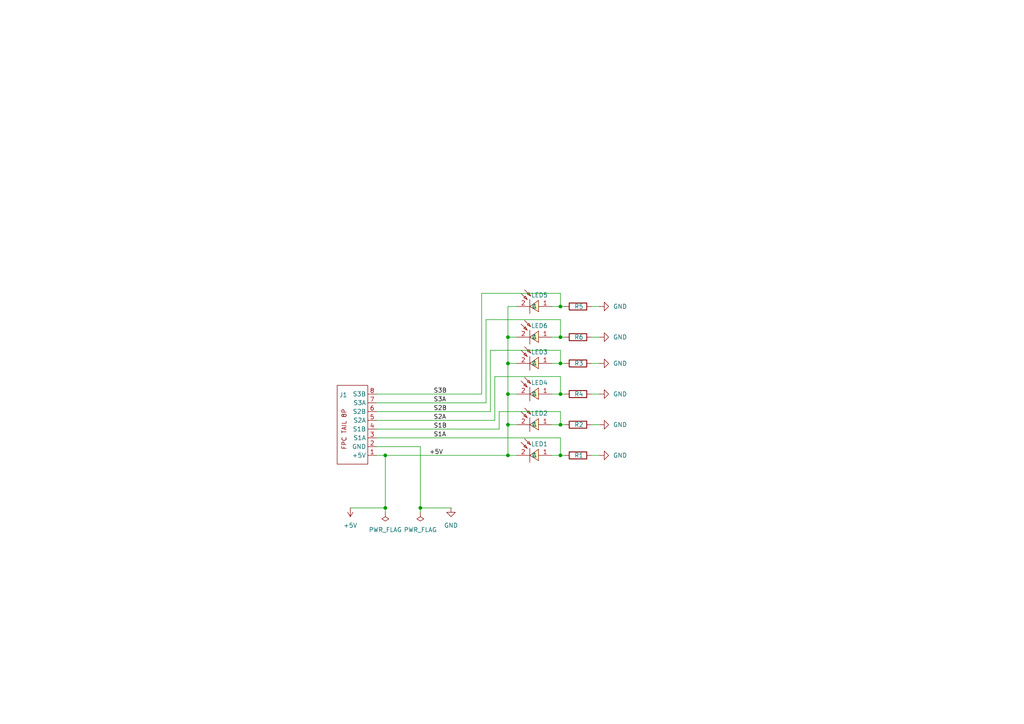
<source format=kicad_sch>
(kicad_sch (version 20250114) (generator "eeschema") (generator_version "9.0")
  (paper "A4")
  (title_block (title "Motion Play Sensor Flex PCB - IR Photodiode Array") (date "2025-12-22") (rev "1.0") (company "Marc O'Cleirigh") (comment 1 "Beam-break detection system - 6x VEMD2020X01 ") (comment 2 "8-pin FPC interface to main board "))
  (lib_symbols
    (symbol "Device:R" (pin_numbers (hide yes)) (pin_names (offset 0))
      (property "Reference" "R" (at 2.032 0 90))
      (property "Value" "R" (at 0 0 90))
      (symbol "R_0_1"
        (rectangle (start -1.016 -2.54) (end 1.016 2.54) (stroke (width 0.254)))
      )
      (symbol "R_1_1"
        (pin passive line (at 0 3.81 270) (length 1.27) (name "~") (number "1"))
        (pin passive line (at 0 -3.81 90) (length 1.27) (name "~") (number "2"))
      )
    )
    (symbol "VEMD2020X01:VEMD2020X01"
      (property "Reference" "LED" (at 0 5.08 0))
      (property "Value" "VEMD2020X01" (at 0 -5.08 0))
      (symbol "VEMD2020X01_0_1"
        (polyline (pts (xy -3.81 3.81) (xy -2.03 2.03)))
        (polyline (pts (xy -2.79 4.83) (xy -1.02 3.05)))
        (polyline (pts (xy -2.03 2.03) (xy -3.05 2.54) (xy -2.54 3.05) (xy -2.03 2.03)) (fill (type background)))
        (polyline (pts (xy -1.27 2.03) (xy -1.27 -2.03)))
        (polyline (pts (xy -1.02 3.05) (xy -2.03 3.56) (xy -1.52 4.06) (xy -1.02 3.05)) (fill (type background)))
        (polyline (pts (xy 1.27 -1.52) (xy -1.27 0) (xy 1.27 1.78) (xy 1.27 -1.52)) (fill (type background)))
        (pin unspecified line (at -5.08 0 0) (length 3.81) (name "C") (number "2"))
        (pin unspecified line (at 5.08 0 180) (length 3.81) (name "A") (number "1"))
      )
    )
    (symbol "motion-play-symbols:FPC_Tail_8P"
      (property "Reference" "J" (at -5.588 7.62 90))
      (symbol "FPC_Tail_8P_0_1"
        (rectangle (start -7.62 11.43) (end 1.27 -11.43))
      )
      (symbol "FPC_Tail_8P_1_1"
        (text "FPC TAIL 8P" (at -5.588 -1.27 900) (effects (font (size 1.27 1.27))))
        (pin passive line (at 3.81 8.89 180) (length 2.54) (name "S3B") (number "8"))
        (pin passive line (at 3.81 6.35 180) (length 2.54) (name "S3A") (number "7"))
        (pin passive line (at 3.81 3.81 180) (length 2.54) (name "S2B") (number "6"))
        (pin passive line (at 3.81 1.27 180) (length 2.54) (name "S2A") (number "5"))
        (pin passive line (at 3.81 -1.27 180) (length 2.54) (name "S1B") (number "4"))
        (pin passive line (at 3.81 -3.81 180) (length 2.54) (name "S1A") (number "3"))
        (pin power_in line (at 3.81 -6.35 180) (length 2.54) (name "GND") (number "2"))
        (pin power_in line (at 3.81 -8.89 180) (length 2.54) (name "+5V") (number "1"))
      )
    )
    (symbol "power:+5V" (power) (pin_numbers (hide yes)) (pin_names (offset 0) (hide yes))
      (property "Value" "+5V" (at 0 3.556 0))
      (symbol "+5V_0_1"
        (polyline (pts (xy -0.762 1.27) (xy 0 2.54)))
        (polyline (pts (xy 0 2.54) (xy 0.762 1.27)))
        (polyline (pts (xy 0 0) (xy 0 2.54)))
      )
      (symbol "+5V_1_1"
        (pin power_in line (at 0 0 90) (length 0) (name "~") (number "1"))
      )
    )
    (symbol "power:GND" (power) (pin_numbers (hide yes)) (pin_names (offset 0) (hide yes))
      (property "Value" "GND" (at 0 -3.81 0))
      (symbol "GND_0_1"
        (polyline (pts (xy 0 0) (xy 0 -1.27) (xy 1.27 -1.27) (xy 0 -2.54) (xy -1.27 -1.27) (xy 0 -1.27)))
      )
      (symbol "GND_1_1"
        (pin power_in line (at 0 0 270) (length 0) (name "~") (number "1"))
      )
    )
    (symbol "power:PWR_FLAG" (power) (pin_numbers (hide yes)) (pin_names (offset 0) (hide yes))
      (property "Value" "PWR_FLAG" (at 0 3.81 0))
      (symbol "PWR_FLAG_0_0"
        (pin power_out line (at 0 0 90) (length 0) (name "~") (number "1"))
      )
      (symbol "PWR_FLAG_0_1"
        (polyline (pts (xy 0 0) (xy 0 1.27) (xy -1.016 1.905) (xy 0 2.54) (xy 1.016 1.905) (xy 0 1.27)))
      )
    )
  )
  (junction (at 147.32 132.08))
  (junction (at 162.56 105.41))
  (junction (at 162.56 114.3))
  (junction (at 147.32 105.41))
  (junction (at 162.56 123.19))
  (junction (at 162.56 132.08))
  (junction (at 121.92 147.32))
  (junction (at 111.76 147.32))
  (junction (at 162.56 88.9))
  (junction (at 147.32 114.3))
  (junction (at 147.32 123.19))
  (junction (at 111.76 132.08))
  (junction (at 147.32 97.79))
  (junction (at 162.56 97.79))
  (wire (pts (xy 147.32 88.9) (xy 149.86 88.9)))
  (wire (pts (xy 160.02 123.19) (xy 162.56 123.19)))
  (wire (pts (xy 162.56 119.38) (xy 144.78 119.38)))
  (wire (pts (xy 162.56 92.71) (xy 140.97 92.71)))
  (wire (pts (xy 160.02 114.3) (xy 162.56 114.3)))
  (wire (pts (xy 109.22 124.46) (xy 144.78 124.46)))
  (wire (pts (xy 162.56 92.71) (xy 162.56 97.79)))
  (wire (pts (xy 147.32 97.79) (xy 147.32 105.41)))
  (wire (pts (xy 171.45 123.19) (xy 173.99 123.19)))
  (wire (pts (xy 101.6 147.32) (xy 111.76 147.32)))
  (wire (pts (xy 143.51 109.22) (xy 143.51 121.92)))
  (wire (pts (xy 171.45 132.08) (xy 173.99 132.08)))
  (wire (pts (xy 171.45 114.3) (xy 173.99 114.3)))
  (wire (pts (xy 109.22 127) (xy 162.56 127)))
  (wire (pts (xy 109.22 132.08) (xy 111.76 132.08)))
  (wire (pts (xy 160.02 132.08) (xy 162.56 132.08)))
  (wire (pts (xy 147.32 105.41) (xy 147.32 114.3)))
  (wire (pts (xy 144.78 119.38) (xy 144.78 124.46)))
  (wire (pts (xy 139.7 114.3) (xy 109.22 114.3)))
  (wire (pts (xy 142.24 101.6) (xy 142.24 119.38)))
  (wire (pts (xy 162.56 119.38) (xy 162.56 123.19)))
  (wire (pts (xy 162.56 127) (xy 162.56 132.08)))
  (wire (pts (xy 147.32 97.79) (xy 149.86 97.79)))
  (wire (pts (xy 160.02 97.79) (xy 162.56 97.79)))
  (wire (pts (xy 111.76 132.08) (xy 111.76 147.32)))
  (wire (pts (xy 147.32 105.41) (xy 149.86 105.41)))
  (wire (pts (xy 162.56 132.08) (xy 163.83 132.08)))
  (wire (pts (xy 147.32 132.08) (xy 149.86 132.08)))
  (wire (pts (xy 121.92 129.54) (xy 121.92 147.32)))
  (wire (pts (xy 139.7 85.09) (xy 162.56 85.09)))
  (wire (pts (xy 111.76 132.08) (xy 147.32 132.08)))
  (wire (pts (xy 147.32 88.9) (xy 147.32 97.79)))
  (wire (pts (xy 160.02 88.9) (xy 162.56 88.9)))
  (wire (pts (xy 162.56 101.6) (xy 162.56 105.41)))
  (wire (pts (xy 111.76 147.32) (xy 111.76 148.59)))
  (wire (pts (xy 162.56 97.79) (xy 163.83 97.79)))
  (wire (pts (xy 109.22 116.84) (xy 140.97 116.84)))
  (wire (pts (xy 160.02 105.41) (xy 162.56 105.41)))
  (wire (pts (xy 140.97 92.71) (xy 140.97 116.84)))
  (wire (pts (xy 162.56 88.9) (xy 163.83 88.9)))
  (wire (pts (xy 147.32 123.19) (xy 149.86 123.19)))
  (wire (pts (xy 143.51 109.22) (xy 162.56 109.22)))
  (wire (pts (xy 147.32 114.3) (xy 149.86 114.3)))
  (wire (pts (xy 162.56 109.22) (xy 162.56 114.3)))
  (wire (pts (xy 142.24 101.6) (xy 162.56 101.6)))
  (wire (pts (xy 162.56 85.09) (xy 162.56 88.9)))
  (wire (pts (xy 109.22 129.54) (xy 121.92 129.54)))
  (wire (pts (xy 162.56 105.41) (xy 163.83 105.41)))
  (wire (pts (xy 109.22 121.92) (xy 143.51 121.92)))
  (wire (pts (xy 171.45 105.41) (xy 173.99 105.41)))
  (wire (pts (xy 130.81 147.32) (xy 121.92 147.32)))
  (wire (pts (xy 139.7 85.09) (xy 139.7 114.3)))
  (wire (pts (xy 109.22 119.38) (xy 142.24 119.38)))
  (wire (pts (xy 171.45 88.9) (xy 173.99 88.9)))
  (wire (pts (xy 162.56 114.3) (xy 163.83 114.3)))
  (wire (pts (xy 147.32 123.19) (xy 147.32 132.08)))
  (wire (pts (xy 162.56 123.19) (xy 163.83 123.19)))
  (wire (pts (xy 147.32 114.3) (xy 147.32 123.19)))
  (wire (pts (xy 121.92 147.32) (xy 121.92 148.59)))
  (wire (pts (xy 171.45 97.79) (xy 173.99 97.79)))
  (label "S2A" (at 125.73 121.92 0))
  (label "S3B" (at 125.73 114.3 0))
  (label "S2B" (at 125.73 119.38 0))
  (label "+5V" (at 124.46 132.08 0))
  (label "S1B" (at 125.73 124.46 0))
  (label "S1A" (at 125.73 127 0))
  (label "S3A" (at 125.73 116.84 0))
  (symbol (lib_id "power:GND") (at 130.81 147.32 0) (unit 1)
    (property "Reference" "#PWR02" (effects (hide yes)))
    (property "Value" "GND" (at 130.81 152.4 0))
    (property "Description" "Power symbol creates a global label with name \"GND\" , ground" (effects (hide yes)))
  )
  (symbol (lib_id "power:PWR_FLAG") (at 121.92 148.59 180) (unit 1)
    (property "Reference" "#FLG02" (effects (hide yes)))
    (property "Value" "PWR_FLAG" (at 121.92 153.67 0))
    (property "Description" "Special symbol for telling ERC where power comes from" (effects (hide yes)))
  )
  (symbol (lib_id "Device:R") (at 167.64 132.08 90) (unit 1)
    (property "Reference" "R1" (at 167.894 132.08 90))
    (property "Value" "10kΩ" (effects (hide yes)))
    (property "Footprint" "Resistor_SMD:R_0603_1608Metric" (effects (hide yes)))
    (property "Description" "Resistor" (effects (hide yes)))
    (property "LCSC Part" "C98220" (effects (hide yes)))
  )
  (symbol (lib_id "power:GND") (at 173.99 88.9 90) (unit 1)
    (property "Reference" "#PWR07" (effects (hide yes)))
    (property "Value" "GND" (at 177.8 88.8999 90) (effects (justify right)))
    (property "Description" "Power symbol creates a global label with name \"GND\" , ground" (effects (hide yes)))
  )
  (symbol (lib_id "power:PWR_FLAG") (at 111.76 148.59 180) (unit 1)
    (property "Reference" "#FLG01" (effects (hide yes)))
    (property "Value" "PWR_FLAG" (at 111.76 153.67 0))
    (property "Description" "Special symbol for telling ERC where power comes from" (effects (hide yes)))
  )
  (symbol (lib_id "VEMD2020X01:VEMD2020X01") (at 154.94 132.08 0) (unit 1)
    (property "Reference" "LED1" (at 156.464 128.778 0))
    (property "Value" "VEMD2020X01" (effects (hide yes)))
    (property "Footprint" "VEMD2020X01:LED-SMD_L2.3-W2.3_VEMD2020X01" (effects (hide yes)))
    (property "LCSC Part" "C3210968" (effects (hide yes)))
  )
  (symbol (lib_id "Device:R") (at 167.64 105.41 90) (unit 1)
    (property "Reference" "R3" (at 167.894 105.41 90))
    (property "Value" "10kΩ" (effects (hide yes)))
    (property "Footprint" "Resistor_SMD:R_0603_1608Metric" (effects (hide yes)))
    (property "Description" "Resistor" (effects (hide yes)))
    (property "LCSC Part" "C98220" (effects (hide yes)))
  )
  (symbol (lib_id "Device:R") (at 167.64 114.3 90) (unit 1)
    (property "Reference" "R4" (at 167.894 114.3 90))
    (property "Value" "10kΩ" (effects (hide yes)))
    (property "Footprint" "Resistor_SMD:R_0603_1608Metric" (effects (hide yes)))
    (property "Description" "Resistor" (effects (hide yes)))
    (property "LCSC Part" "C98220" (effects (hide yes)))
  )
  (symbol (lib_id "power:GND") (at 173.99 114.3 90) (unit 1)
    (property "Reference" "#PWR06" (effects (hide yes)))
    (property "Value" "GND" (at 177.8 114.2999 90) (effects (justify right)))
    (property "Description" "Power symbol creates a global label with name \"GND\" , ground" (effects (hide yes)))
  )
  (symbol (lib_id "VEMD2020X01:VEMD2020X01") (at 154.94 105.41 0) (unit 1)
    (property "Reference" "LED3" (at 156.464 102.108 0))
    (property "Value" "VEMD2020X01" (effects (hide yes)))
    (property "Footprint" "VEMD2020X01:LED-SMD_L2.3-W2.3_VEMD2020X01" (effects (hide yes)))
    (property "LCSC Part" "C3210968" (effects (hide yes)))
  )
  (symbol (lib_id "Device:R") (at 167.64 97.79 90) (unit 1)
    (property "Reference" "R6" (at 167.894 97.79 90))
    (property "Value" "10kΩ" (effects (hide yes)))
    (property "Footprint" "Resistor_SMD:R_0603_1608Metric" (effects (hide yes)))
    (property "Description" "Resistor" (effects (hide yes)))
    (property "LCSC Part" "C98220" (effects (hide yes)))
  )
  (symbol (lib_id "Device:R") (at 167.64 123.19 90) (unit 1)
    (property "Reference" "R2" (at 167.894 123.19 90))
    (property "Value" "10kΩ" (effects (hide yes)))
    (property "Footprint" "Resistor_SMD:R_0603_1608Metric" (effects (hide yes)))
    (property "Description" "Resistor" (effects (hide yes)))
    (property "LCSC Part" "C98220" (effects (hide yes)))
  )
  (symbol (lib_id "power:GND") (at 173.99 97.79 90) (unit 1)
    (property "Reference" "#PWR08" (effects (hide yes)))
    (property "Value" "GND" (at 177.8 97.7899 90) (effects (justify right)))
    (property "Description" "Power symbol creates a global label with name \"GND\" , ground" (effects (hide yes)))
  )
  (symbol (lib_id "power:+5V") (at 101.6 147.32 180) (unit 1)
    (property "Reference" "#PWR01" (effects (hide yes)))
    (property "Value" "+5V" (at 101.6 152.4 0))
    (property "Description" "Power symbol creates a global label with name \"+5V\"" (effects (hide yes)))
  )
  (symbol (lib_id "motion-play-symbols:FPC_Tail_8P") (at 105.41 123.19 0) (unit 1)
    (property "Reference" "J1" (at 99.568 114.554 0))
    (property "Footprint" "motion-play-footprints:FPC_Tail_8P_1.0mm_TopContact" (effects (hide yes)))
  )
  (symbol (lib_id "Device:R") (at 167.64 88.9 90) (unit 1)
    (property "Reference" "R5" (at 167.894 88.9 90))
    (property "Value" "10kΩ" (effects (hide yes)))
    (property "Footprint" "Resistor_SMD:R_0603_1608Metric" (effects (hide yes)))
    (property "Description" "Resistor" (effects (hide yes)))
    (property "LCSC Part" "C98220" (effects (hide yes)))
  )
  (symbol (lib_id "power:GND") (at 173.99 105.41 90) (unit 1)
    (property "Reference" "#PWR05" (effects (hide yes)))
    (property "Value" "GND" (at 177.8 105.4099 90) (effects (justify right)))
    (property "Description" "Power symbol creates a global label with name \"GND\" , ground" (effects (hide yes)))
  )
  (symbol (lib_id "power:GND") (at 173.99 132.08 90) (unit 1)
    (property "Reference" "#PWR03" (effects (hide yes)))
    (property "Value" "GND" (at 177.8 132.0799 90) (effects (justify right)))
    (property "Description" "Power symbol creates a global label with name \"GND\" , ground" (effects (hide yes)))
  )
  (symbol (lib_id "power:GND") (at 173.99 123.19 90) (unit 1)
    (property "Reference" "#PWR04" (effects (hide yes)))
    (property "Value" "GND" (at 177.8 123.1899 90) (effects (justify right)))
    (property "Description" "Power symbol creates a global label with name \"GND\" , ground" (effects (hide yes)))
  )
  (symbol (lib_id "VEMD2020X01:VEMD2020X01") (at 154.94 123.19 0) (unit 1)
    (property "Reference" "LED2" (at 156.464 119.888 0))
    (property "Value" "VEMD2020X01" (effects (hide yes)))
    (property "Footprint" "VEMD2020X01:LED-SMD_L2.3-W2.3_VEMD2020X01" (effects (hide yes)))
    (property "LCSC Part" "C3210968" (effects (hide yes)))
  )
  (symbol (lib_id "VEMD2020X01:VEMD2020X01") (at 154.94 88.9 0) (unit 1)
    (property "Reference" "LED5" (at 156.464 85.598 0))
    (property "Value" "VEMD2020X01" (effects (hide yes)))
    (property "Footprint" "VEMD2020X01:LED-SMD_L2.3-W2.3_VEMD2020X01" (effects (hide yes)))
    (property "LCSC Part" "C3210968" (effects (hide yes)))
  )
  (symbol (lib_id "VEMD2020X01:VEMD2020X01") (at 154.94 97.79 0) (unit 1)
    (property "Reference" "LED6" (at 156.464 94.488 0))
    (property "Value" "VEMD2020X01" (effects (hide yes)))
    (property "Footprint" "VEMD2020X01:LED-SMD_L2.3-W2.3_VEMD2020X01" (effects (hide yes)))
    (property "LCSC Part" "C3210968" (effects (hide yes)))
  )
  (symbol (lib_id "VEMD2020X01:VEMD2020X01") (at 154.94 114.3 0) (unit 1)
    (property "Reference" "LED4" (at 156.464 110.998 0))
    (property "Value" "VEMD2020X01" (effects (hide yes)))
    (property "Footprint" "VEMD2020X01:LED-SMD_L2.3-W2.3_VEMD2020X01" (effects (hide yes)))
    (property "LCSC Part" "C3210968" (effects (hide yes)))
  )
)
</source>
